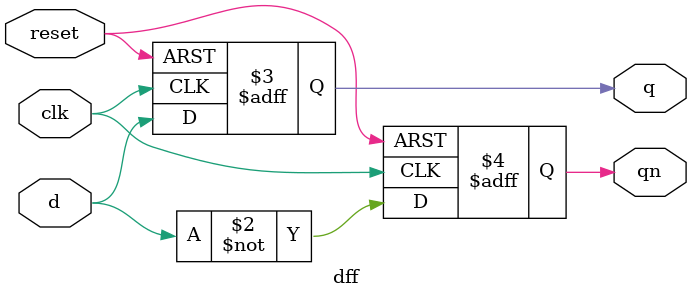
<source format=v>
module dff 
  (input clk,
   input d,
   input reset,
   output reg q,
   output reg qn) ;

   always @ ( posedge clk or posedge reset ) begin
      if(reset)begin
         q <= 1'b0;
         qn <= 1'b1;
      end else begin
         q <= d;
         qn <= ~d;
      end
   end
   
   
endmodule // dff

</source>
